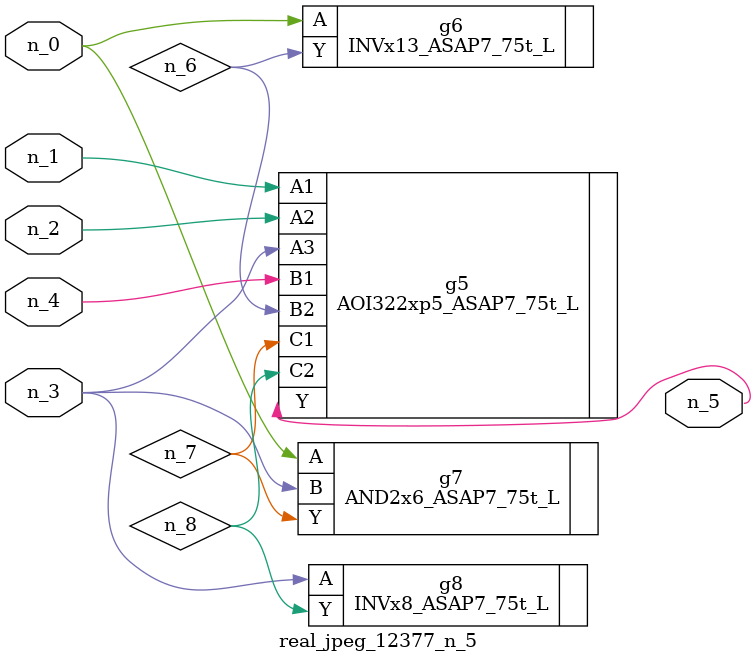
<source format=v>
module real_jpeg_12377_n_5 (n_4, n_0, n_1, n_2, n_3, n_5);

input n_4;
input n_0;
input n_1;
input n_2;
input n_3;

output n_5;

wire n_8;
wire n_6;
wire n_7;

INVx13_ASAP7_75t_L g6 ( 
.A(n_0),
.Y(n_6)
);

AND2x6_ASAP7_75t_L g7 ( 
.A(n_0),
.B(n_3),
.Y(n_7)
);

AOI322xp5_ASAP7_75t_L g5 ( 
.A1(n_1),
.A2(n_2),
.A3(n_3),
.B1(n_4),
.B2(n_6),
.C1(n_7),
.C2(n_8),
.Y(n_5)
);

INVx8_ASAP7_75t_L g8 ( 
.A(n_3),
.Y(n_8)
);


endmodule
</source>
